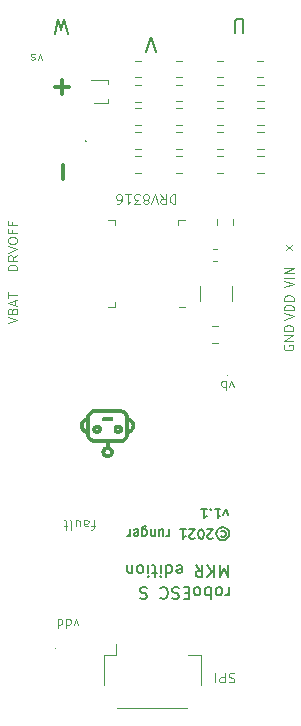
<source format=gto>
G04 #@! TF.GenerationSoftware,KiCad,Pcbnew,(5.1.6-0-10_14)*
G04 #@! TF.CreationDate,2021-05-07T03:20:06+02:00*
G04 #@! TF.ProjectId,ESCv1.1,45534376-312e-4312-9e6b-696361645f70,rev?*
G04 #@! TF.SameCoordinates,Original*
G04 #@! TF.FileFunction,Legend,Top*
G04 #@! TF.FilePolarity,Positive*
%FSLAX46Y46*%
G04 Gerber Fmt 4.6, Leading zero omitted, Abs format (unit mm)*
G04 Created by KiCad (PCBNEW (5.1.6-0-10_14)) date 2021-05-07 03:20:06*
%MOMM*%
%LPD*%
G01*
G04 APERTURE LIST*
%ADD10C,0.100000*%
%ADD11C,0.150000*%
%ADD12C,0.120000*%
%ADD13C,0.200000*%
%ADD14C,0.300000*%
%ADD15C,0.010000*%
G04 APERTURE END LIST*
D10*
X62637304Y-47772223D02*
X62103971Y-47353176D01*
X62103971Y-47772223D02*
X62637304Y-47353176D01*
X61947304Y-50918890D02*
X62747304Y-50652223D01*
X61947304Y-50385557D01*
X62747304Y-50118890D02*
X61947304Y-50118890D01*
X62747304Y-49737938D02*
X61947304Y-49737938D01*
X62747304Y-49280795D01*
X61947304Y-49280795D01*
D11*
X57178257Y-70214128D02*
X56987780Y-69680795D01*
X56797304Y-70214128D01*
X56073495Y-69680795D02*
X56530638Y-69680795D01*
X56302066Y-69680795D02*
X56302066Y-70480795D01*
X56378257Y-70366509D01*
X56454447Y-70290319D01*
X56530638Y-70252223D01*
X55730638Y-69756985D02*
X55692542Y-69718890D01*
X55730638Y-69680795D01*
X55768733Y-69718890D01*
X55730638Y-69756985D01*
X55730638Y-69680795D01*
X54930638Y-69680795D02*
X55387780Y-69680795D01*
X55159209Y-69680795D02*
X55159209Y-70480795D01*
X55235400Y-70366509D01*
X55311590Y-70290319D01*
X55387780Y-70252223D01*
D12*
X53481969Y-51662700D02*
G75*
G03*
X53481969Y-51662700I-56569J0D01*
G01*
D10*
X57694447Y-83618890D02*
X57580161Y-83580795D01*
X57389685Y-83580795D01*
X57313495Y-83618890D01*
X57275400Y-83656985D01*
X57237304Y-83733176D01*
X57237304Y-83809366D01*
X57275400Y-83885557D01*
X57313495Y-83923652D01*
X57389685Y-83961747D01*
X57542066Y-83999842D01*
X57618257Y-84037938D01*
X57656352Y-84076033D01*
X57694447Y-84152223D01*
X57694447Y-84228414D01*
X57656352Y-84304604D01*
X57618257Y-84342700D01*
X57542066Y-84380795D01*
X57351590Y-84380795D01*
X57237304Y-84342700D01*
X56894447Y-83580795D02*
X56894447Y-84380795D01*
X56589685Y-84380795D01*
X56513495Y-84342700D01*
X56475400Y-84304604D01*
X56437304Y-84228414D01*
X56437304Y-84114128D01*
X56475400Y-84037938D01*
X56513495Y-83999842D01*
X56589685Y-83961747D01*
X56894447Y-83961747D01*
X56094447Y-83580795D02*
X56094447Y-84380795D01*
D13*
X58492542Y-29427223D02*
X58492542Y-28415319D01*
X58433019Y-28296271D01*
X58373495Y-28236747D01*
X58254447Y-28177223D01*
X58016352Y-28177223D01*
X57897304Y-28236747D01*
X57837780Y-28296271D01*
X57778257Y-28415319D01*
X57778257Y-29427223D01*
X51092066Y-30967223D02*
X50675400Y-29717223D01*
X50258733Y-30967223D01*
X43601114Y-29487223D02*
X43303495Y-28237223D01*
X43065400Y-29130080D01*
X42827304Y-28237223D01*
X42529685Y-29487223D01*
D11*
X57229504Y-76320619D02*
X57229504Y-76987285D01*
X57229504Y-76796809D02*
X57181885Y-76892047D01*
X57134266Y-76939666D01*
X57039028Y-76987285D01*
X56943790Y-76987285D01*
X56467600Y-76320619D02*
X56562838Y-76368238D01*
X56610457Y-76415857D01*
X56658076Y-76511095D01*
X56658076Y-76796809D01*
X56610457Y-76892047D01*
X56562838Y-76939666D01*
X56467600Y-76987285D01*
X56324742Y-76987285D01*
X56229504Y-76939666D01*
X56181885Y-76892047D01*
X56134266Y-76796809D01*
X56134266Y-76511095D01*
X56181885Y-76415857D01*
X56229504Y-76368238D01*
X56324742Y-76320619D01*
X56467600Y-76320619D01*
X55705695Y-76320619D02*
X55705695Y-77320619D01*
X55705695Y-76939666D02*
X55610457Y-76987285D01*
X55419980Y-76987285D01*
X55324742Y-76939666D01*
X55277123Y-76892047D01*
X55229504Y-76796809D01*
X55229504Y-76511095D01*
X55277123Y-76415857D01*
X55324742Y-76368238D01*
X55419980Y-76320619D01*
X55610457Y-76320619D01*
X55705695Y-76368238D01*
X54658076Y-76320619D02*
X54753314Y-76368238D01*
X54800933Y-76415857D01*
X54848552Y-76511095D01*
X54848552Y-76796809D01*
X54800933Y-76892047D01*
X54753314Y-76939666D01*
X54658076Y-76987285D01*
X54515219Y-76987285D01*
X54419980Y-76939666D01*
X54372361Y-76892047D01*
X54324742Y-76796809D01*
X54324742Y-76511095D01*
X54372361Y-76415857D01*
X54419980Y-76368238D01*
X54515219Y-76320619D01*
X54658076Y-76320619D01*
X53896171Y-76844428D02*
X53562838Y-76844428D01*
X53419980Y-76320619D02*
X53896171Y-76320619D01*
X53896171Y-77320619D01*
X53419980Y-77320619D01*
X53039028Y-76368238D02*
X52896171Y-76320619D01*
X52658076Y-76320619D01*
X52562838Y-76368238D01*
X52515219Y-76415857D01*
X52467600Y-76511095D01*
X52467600Y-76606333D01*
X52515219Y-76701571D01*
X52562838Y-76749190D01*
X52658076Y-76796809D01*
X52848552Y-76844428D01*
X52943790Y-76892047D01*
X52991409Y-76939666D01*
X53039028Y-77034904D01*
X53039028Y-77130142D01*
X52991409Y-77225380D01*
X52943790Y-77273000D01*
X52848552Y-77320619D01*
X52610457Y-77320619D01*
X52467600Y-77273000D01*
X51467600Y-76415857D02*
X51515219Y-76368238D01*
X51658076Y-76320619D01*
X51753314Y-76320619D01*
X51896171Y-76368238D01*
X51991409Y-76463476D01*
X52039028Y-76558714D01*
X52086647Y-76749190D01*
X52086647Y-76892047D01*
X52039028Y-77082523D01*
X51991409Y-77177761D01*
X51896171Y-77273000D01*
X51753314Y-77320619D01*
X51658076Y-77320619D01*
X51515219Y-77273000D01*
X51467600Y-77225380D01*
X50324742Y-76368238D02*
X50181885Y-76320619D01*
X49943790Y-76320619D01*
X49848552Y-76368238D01*
X49800933Y-76415857D01*
X49753314Y-76511095D01*
X49753314Y-76606333D01*
X49800933Y-76701571D01*
X49848552Y-76749190D01*
X49943790Y-76796809D01*
X50134266Y-76844428D01*
X50229504Y-76892047D01*
X50277123Y-76939666D01*
X50324742Y-77034904D01*
X50324742Y-77130142D01*
X50277123Y-77225380D01*
X50229504Y-77273000D01*
X50134266Y-77320619D01*
X49896171Y-77320619D01*
X49753314Y-77273000D01*
X57153304Y-74441019D02*
X57153304Y-75441019D01*
X56819971Y-74726733D01*
X56486638Y-75441019D01*
X56486638Y-74441019D01*
X56010447Y-74441019D02*
X56010447Y-75441019D01*
X55439019Y-74441019D02*
X55867590Y-75012447D01*
X55439019Y-75441019D02*
X56010447Y-74869590D01*
X54439019Y-74441019D02*
X54772352Y-74917209D01*
X55010447Y-74441019D02*
X55010447Y-75441019D01*
X54629495Y-75441019D01*
X54534257Y-75393400D01*
X54486638Y-75345780D01*
X54439019Y-75250542D01*
X54439019Y-75107685D01*
X54486638Y-75012447D01*
X54534257Y-74964828D01*
X54629495Y-74917209D01*
X55010447Y-74917209D01*
X52867590Y-74488638D02*
X52962828Y-74441019D01*
X53153304Y-74441019D01*
X53248542Y-74488638D01*
X53296161Y-74583876D01*
X53296161Y-74964828D01*
X53248542Y-75060066D01*
X53153304Y-75107685D01*
X52962828Y-75107685D01*
X52867590Y-75060066D01*
X52819971Y-74964828D01*
X52819971Y-74869590D01*
X53296161Y-74774352D01*
X51962828Y-74441019D02*
X51962828Y-75441019D01*
X51962828Y-74488638D02*
X52058066Y-74441019D01*
X52248542Y-74441019D01*
X52343780Y-74488638D01*
X52391400Y-74536257D01*
X52439019Y-74631495D01*
X52439019Y-74917209D01*
X52391400Y-75012447D01*
X52343780Y-75060066D01*
X52248542Y-75107685D01*
X52058066Y-75107685D01*
X51962828Y-75060066D01*
X51486638Y-74441019D02*
X51486638Y-75107685D01*
X51486638Y-75441019D02*
X51534257Y-75393400D01*
X51486638Y-75345780D01*
X51439019Y-75393400D01*
X51486638Y-75441019D01*
X51486638Y-75345780D01*
X51153304Y-75107685D02*
X50772352Y-75107685D01*
X51010447Y-75441019D02*
X51010447Y-74583876D01*
X50962828Y-74488638D01*
X50867590Y-74441019D01*
X50772352Y-74441019D01*
X50439019Y-74441019D02*
X50439019Y-75107685D01*
X50439019Y-75441019D02*
X50486638Y-75393400D01*
X50439019Y-75345780D01*
X50391400Y-75393400D01*
X50439019Y-75441019D01*
X50439019Y-75345780D01*
X49819971Y-74441019D02*
X49915209Y-74488638D01*
X49962828Y-74536257D01*
X50010447Y-74631495D01*
X50010447Y-74917209D01*
X49962828Y-75012447D01*
X49915209Y-75060066D01*
X49819971Y-75107685D01*
X49677114Y-75107685D01*
X49581876Y-75060066D01*
X49534257Y-75012447D01*
X49486638Y-74917209D01*
X49486638Y-74631495D01*
X49534257Y-74536257D01*
X49581876Y-74488638D01*
X49677114Y-74441019D01*
X49819971Y-74441019D01*
X49058066Y-75107685D02*
X49058066Y-74441019D01*
X49058066Y-75012447D02*
X49010447Y-75060066D01*
X48915209Y-75107685D01*
X48772352Y-75107685D01*
X48677114Y-75060066D01*
X48629495Y-74964828D01*
X48629495Y-74441019D01*
X56585400Y-72020319D02*
X56661590Y-72058414D01*
X56813971Y-72058414D01*
X56890161Y-72020319D01*
X56966352Y-71944128D01*
X57004447Y-71867938D01*
X57004447Y-71715557D01*
X56966352Y-71639366D01*
X56890161Y-71563176D01*
X56813971Y-71525080D01*
X56661590Y-71525080D01*
X56585400Y-71563176D01*
X56737780Y-72325080D02*
X56928257Y-72286985D01*
X57118733Y-72172700D01*
X57233019Y-71982223D01*
X57271114Y-71791747D01*
X57233019Y-71601271D01*
X57118733Y-71410795D01*
X56928257Y-71296509D01*
X56737780Y-71258414D01*
X56547304Y-71296509D01*
X56356828Y-71410795D01*
X56242542Y-71601271D01*
X56204447Y-71791747D01*
X56242542Y-71982223D01*
X56356828Y-72172700D01*
X56547304Y-72286985D01*
X56737780Y-72325080D01*
X55899685Y-72134604D02*
X55861590Y-72172700D01*
X55785400Y-72210795D01*
X55594923Y-72210795D01*
X55518733Y-72172700D01*
X55480638Y-72134604D01*
X55442542Y-72058414D01*
X55442542Y-71982223D01*
X55480638Y-71867938D01*
X55937780Y-71410795D01*
X55442542Y-71410795D01*
X54947304Y-72210795D02*
X54871114Y-72210795D01*
X54794923Y-72172700D01*
X54756828Y-72134604D01*
X54718733Y-72058414D01*
X54680638Y-71906033D01*
X54680638Y-71715557D01*
X54718733Y-71563176D01*
X54756828Y-71486985D01*
X54794923Y-71448890D01*
X54871114Y-71410795D01*
X54947304Y-71410795D01*
X55023495Y-71448890D01*
X55061590Y-71486985D01*
X55099685Y-71563176D01*
X55137780Y-71715557D01*
X55137780Y-71906033D01*
X55099685Y-72058414D01*
X55061590Y-72134604D01*
X55023495Y-72172700D01*
X54947304Y-72210795D01*
X54375876Y-72134604D02*
X54337780Y-72172700D01*
X54261590Y-72210795D01*
X54071114Y-72210795D01*
X53994923Y-72172700D01*
X53956828Y-72134604D01*
X53918733Y-72058414D01*
X53918733Y-71982223D01*
X53956828Y-71867938D01*
X54413971Y-71410795D01*
X53918733Y-71410795D01*
X53156828Y-71410795D02*
X53613971Y-71410795D01*
X53385400Y-71410795D02*
X53385400Y-72210795D01*
X53461590Y-72096509D01*
X53537780Y-72020319D01*
X53613971Y-71982223D01*
X52204447Y-71410795D02*
X52204447Y-71944128D01*
X52204447Y-71791747D02*
X52166352Y-71867938D01*
X52128257Y-71906033D01*
X52052066Y-71944128D01*
X51975876Y-71944128D01*
X51366352Y-71944128D02*
X51366352Y-71410795D01*
X51709209Y-71944128D02*
X51709209Y-71525080D01*
X51671114Y-71448890D01*
X51594923Y-71410795D01*
X51480638Y-71410795D01*
X51404447Y-71448890D01*
X51366352Y-71486985D01*
X50985400Y-71944128D02*
X50985400Y-71410795D01*
X50985400Y-71867938D02*
X50947304Y-71906033D01*
X50871114Y-71944128D01*
X50756828Y-71944128D01*
X50680638Y-71906033D01*
X50642542Y-71829842D01*
X50642542Y-71410795D01*
X49918733Y-71944128D02*
X49918733Y-71296509D01*
X49956828Y-71220319D01*
X49994923Y-71182223D01*
X50071114Y-71144128D01*
X50185400Y-71144128D01*
X50261590Y-71182223D01*
X49918733Y-71448890D02*
X49994923Y-71410795D01*
X50147304Y-71410795D01*
X50223495Y-71448890D01*
X50261590Y-71486985D01*
X50299685Y-71563176D01*
X50299685Y-71791747D01*
X50261590Y-71867938D01*
X50223495Y-71906033D01*
X50147304Y-71944128D01*
X49994923Y-71944128D01*
X49918733Y-71906033D01*
X49233019Y-71448890D02*
X49309209Y-71410795D01*
X49461590Y-71410795D01*
X49537780Y-71448890D01*
X49575876Y-71525080D01*
X49575876Y-71829842D01*
X49537780Y-71906033D01*
X49461590Y-71944128D01*
X49309209Y-71944128D01*
X49233019Y-71906033D01*
X49194923Y-71829842D01*
X49194923Y-71753652D01*
X49575876Y-71677461D01*
X48852066Y-71410795D02*
X48852066Y-71944128D01*
X48852066Y-71791747D02*
X48813971Y-71867938D01*
X48775876Y-71906033D01*
X48699685Y-71944128D01*
X48623495Y-71944128D01*
D14*
X43122542Y-34534128D02*
X43122542Y-33391271D01*
X43693971Y-33962700D02*
X42551114Y-33962700D01*
X43242542Y-41754128D02*
X43242542Y-40611271D01*
D10*
X61945400Y-55816271D02*
X61907304Y-55892461D01*
X61907304Y-56006747D01*
X61945400Y-56121033D01*
X62021590Y-56197223D01*
X62097780Y-56235319D01*
X62250161Y-56273414D01*
X62364447Y-56273414D01*
X62516828Y-56235319D01*
X62593019Y-56197223D01*
X62669209Y-56121033D01*
X62707304Y-56006747D01*
X62707304Y-55930557D01*
X62669209Y-55816271D01*
X62631114Y-55778176D01*
X62364447Y-55778176D01*
X62364447Y-55930557D01*
X62707304Y-55435319D02*
X61907304Y-55435319D01*
X62707304Y-54978176D01*
X61907304Y-54978176D01*
X62707304Y-54597223D02*
X61907304Y-54597223D01*
X61907304Y-54406747D01*
X61945400Y-54292461D01*
X62021590Y-54216271D01*
X62097780Y-54178176D01*
X62250161Y-54140080D01*
X62364447Y-54140080D01*
X62516828Y-54178176D01*
X62593019Y-54216271D01*
X62669209Y-54292461D01*
X62707304Y-54406747D01*
X62707304Y-54597223D01*
X61933018Y-53657223D02*
X62733018Y-53390557D01*
X61933018Y-53123890D01*
X62733018Y-52857223D02*
X61933018Y-52857223D01*
X61933018Y-52666747D01*
X61971114Y-52552461D01*
X62047304Y-52476271D01*
X62123494Y-52438176D01*
X62275875Y-52400080D01*
X62390161Y-52400080D01*
X62542542Y-52438176D01*
X62618733Y-52476271D01*
X62694923Y-52552461D01*
X62733018Y-52666747D01*
X62733018Y-52857223D01*
X62733018Y-52057223D02*
X61933018Y-52057223D01*
X61933018Y-51866747D01*
X61971114Y-51752461D01*
X62047304Y-51676271D01*
X62123494Y-51638176D01*
X62275875Y-51600080D01*
X62390161Y-51600080D01*
X62542542Y-51638176D01*
X62618733Y-51676271D01*
X62694923Y-51752461D01*
X62733018Y-51866747D01*
X62733018Y-52057223D01*
X38547304Y-53982461D02*
X39347304Y-53715795D01*
X38547304Y-53449128D01*
X38928257Y-52915795D02*
X38966352Y-52801509D01*
X39004447Y-52763414D01*
X39080638Y-52725319D01*
X39194923Y-52725319D01*
X39271114Y-52763414D01*
X39309209Y-52801509D01*
X39347304Y-52877700D01*
X39347304Y-53182461D01*
X38547304Y-53182461D01*
X38547304Y-52915795D01*
X38585400Y-52839604D01*
X38623495Y-52801509D01*
X38699685Y-52763414D01*
X38775876Y-52763414D01*
X38852066Y-52801509D01*
X38890161Y-52839604D01*
X38928257Y-52915795D01*
X38928257Y-53182461D01*
X39118733Y-52420557D02*
X39118733Y-52039604D01*
X39347304Y-52496747D02*
X38547304Y-52230080D01*
X39347304Y-51963414D01*
X38547304Y-51811033D02*
X38547304Y-51353890D01*
X39347304Y-51582461D02*
X38547304Y-51582461D01*
X39337304Y-49472461D02*
X38537304Y-49472461D01*
X38537304Y-49281985D01*
X38575400Y-49167700D01*
X38651590Y-49091509D01*
X38727780Y-49053414D01*
X38880161Y-49015319D01*
X38994447Y-49015319D01*
X39146828Y-49053414D01*
X39223019Y-49091509D01*
X39299209Y-49167700D01*
X39337304Y-49281985D01*
X39337304Y-49472461D01*
X39337304Y-48215319D02*
X38956352Y-48481985D01*
X39337304Y-48672461D02*
X38537304Y-48672461D01*
X38537304Y-48367700D01*
X38575400Y-48291509D01*
X38613495Y-48253414D01*
X38689685Y-48215319D01*
X38803971Y-48215319D01*
X38880161Y-48253414D01*
X38918257Y-48291509D01*
X38956352Y-48367700D01*
X38956352Y-48672461D01*
X38537304Y-47986747D02*
X39337304Y-47720080D01*
X38537304Y-47453414D01*
X38537304Y-47034366D02*
X38537304Y-46881985D01*
X38575400Y-46805795D01*
X38651590Y-46729604D01*
X38803971Y-46691509D01*
X39070638Y-46691509D01*
X39223019Y-46729604D01*
X39299209Y-46805795D01*
X39337304Y-46881985D01*
X39337304Y-47034366D01*
X39299209Y-47110557D01*
X39223019Y-47186747D01*
X39070638Y-47224842D01*
X38803971Y-47224842D01*
X38651590Y-47186747D01*
X38575400Y-47110557D01*
X38537304Y-47034366D01*
X38918257Y-46081985D02*
X38918257Y-46348652D01*
X39337304Y-46348652D02*
X38537304Y-46348652D01*
X38537304Y-45967700D01*
X38918257Y-45396271D02*
X38918257Y-45662938D01*
X39337304Y-45662938D02*
X38537304Y-45662938D01*
X38537304Y-45281985D01*
X52721590Y-43060795D02*
X52721590Y-43860795D01*
X52531114Y-43860795D01*
X52416828Y-43822700D01*
X52340638Y-43746509D01*
X52302542Y-43670319D01*
X52264447Y-43517938D01*
X52264447Y-43403652D01*
X52302542Y-43251271D01*
X52340638Y-43175080D01*
X52416828Y-43098890D01*
X52531114Y-43060795D01*
X52721590Y-43060795D01*
X51464447Y-43060795D02*
X51731114Y-43441747D01*
X51921590Y-43060795D02*
X51921590Y-43860795D01*
X51616828Y-43860795D01*
X51540638Y-43822700D01*
X51502542Y-43784604D01*
X51464447Y-43708414D01*
X51464447Y-43594128D01*
X51502542Y-43517938D01*
X51540638Y-43479842D01*
X51616828Y-43441747D01*
X51921590Y-43441747D01*
X51235876Y-43860795D02*
X50969209Y-43060795D01*
X50702542Y-43860795D01*
X50321590Y-43517938D02*
X50397780Y-43556033D01*
X50435876Y-43594128D01*
X50473971Y-43670319D01*
X50473971Y-43708414D01*
X50435876Y-43784604D01*
X50397780Y-43822700D01*
X50321590Y-43860795D01*
X50169209Y-43860795D01*
X50093019Y-43822700D01*
X50054923Y-43784604D01*
X50016828Y-43708414D01*
X50016828Y-43670319D01*
X50054923Y-43594128D01*
X50093019Y-43556033D01*
X50169209Y-43517938D01*
X50321590Y-43517938D01*
X50397780Y-43479842D01*
X50435876Y-43441747D01*
X50473971Y-43365557D01*
X50473971Y-43213176D01*
X50435876Y-43136985D01*
X50397780Y-43098890D01*
X50321590Y-43060795D01*
X50169209Y-43060795D01*
X50093019Y-43098890D01*
X50054923Y-43136985D01*
X50016828Y-43213176D01*
X50016828Y-43365557D01*
X50054923Y-43441747D01*
X50093019Y-43479842D01*
X50169209Y-43517938D01*
X49750161Y-43860795D02*
X49254923Y-43860795D01*
X49521590Y-43556033D01*
X49407304Y-43556033D01*
X49331114Y-43517938D01*
X49293019Y-43479842D01*
X49254923Y-43403652D01*
X49254923Y-43213176D01*
X49293019Y-43136985D01*
X49331114Y-43098890D01*
X49407304Y-43060795D01*
X49635876Y-43060795D01*
X49712066Y-43098890D01*
X49750161Y-43136985D01*
X48493019Y-43060795D02*
X48950161Y-43060795D01*
X48721590Y-43060795D02*
X48721590Y-43860795D01*
X48797780Y-43746509D01*
X48873971Y-43670319D01*
X48950161Y-43632223D01*
X47807304Y-43860795D02*
X47959685Y-43860795D01*
X48035876Y-43822700D01*
X48073971Y-43784604D01*
X48150161Y-43670319D01*
X48188257Y-43517938D01*
X48188257Y-43213176D01*
X48150161Y-43136985D01*
X48112066Y-43098890D01*
X48035876Y-43060795D01*
X47883495Y-43060795D01*
X47807304Y-43098890D01*
X47769209Y-43136985D01*
X47731114Y-43213176D01*
X47731114Y-43403652D01*
X47769209Y-43479842D01*
X47807304Y-43517938D01*
X47883495Y-43556033D01*
X48035876Y-43556033D01*
X48112066Y-43517938D01*
X48150161Y-43479842D01*
X48188257Y-43403652D01*
X44519685Y-79514128D02*
X44329209Y-78980795D01*
X44138733Y-79514128D01*
X43491114Y-78980795D02*
X43491114Y-79780795D01*
X43491114Y-79018890D02*
X43567304Y-78980795D01*
X43719685Y-78980795D01*
X43795876Y-79018890D01*
X43833971Y-79056985D01*
X43872066Y-79133176D01*
X43872066Y-79361747D01*
X43833971Y-79437938D01*
X43795876Y-79476033D01*
X43719685Y-79514128D01*
X43567304Y-79514128D01*
X43491114Y-79476033D01*
X42767304Y-78980795D02*
X42767304Y-79780795D01*
X42767304Y-79018890D02*
X42843495Y-78980795D01*
X42995876Y-78980795D01*
X43072066Y-79018890D01*
X43110161Y-79056985D01*
X43148257Y-79133176D01*
X43148257Y-79361747D01*
X43110161Y-79437938D01*
X43072066Y-79476033D01*
X42995876Y-79514128D01*
X42843495Y-79514128D01*
X42767304Y-79476033D01*
X41459685Y-31674128D02*
X41269209Y-31140795D01*
X41078733Y-31674128D01*
X40812066Y-31178890D02*
X40735876Y-31140795D01*
X40583495Y-31140795D01*
X40507304Y-31178890D01*
X40469209Y-31255080D01*
X40469209Y-31293176D01*
X40507304Y-31369366D01*
X40583495Y-31407461D01*
X40697780Y-31407461D01*
X40773971Y-31445557D01*
X40812066Y-31521747D01*
X40812066Y-31559842D01*
X40773971Y-31636033D01*
X40697780Y-31674128D01*
X40583495Y-31674128D01*
X40507304Y-31636033D01*
X57667780Y-59364128D02*
X57477304Y-58830795D01*
X57286828Y-59364128D01*
X56982066Y-58830795D02*
X56982066Y-59630795D01*
X56982066Y-59326033D02*
X56905876Y-59364128D01*
X56753495Y-59364128D01*
X56677304Y-59326033D01*
X56639209Y-59287938D01*
X56601114Y-59211747D01*
X56601114Y-58983176D01*
X56639209Y-58906985D01*
X56677304Y-58868890D01*
X56753495Y-58830795D01*
X56905876Y-58830795D01*
X56982066Y-58868890D01*
X45909685Y-71174128D02*
X45604923Y-71174128D01*
X45795399Y-70640795D02*
X45795399Y-71326509D01*
X45757304Y-71402700D01*
X45681114Y-71440795D01*
X45604923Y-71440795D01*
X44995400Y-70640795D02*
X44995400Y-71059842D01*
X45033495Y-71136033D01*
X45109685Y-71174128D01*
X45262066Y-71174128D01*
X45338257Y-71136033D01*
X44995400Y-70678890D02*
X45071590Y-70640795D01*
X45262066Y-70640795D01*
X45338257Y-70678890D01*
X45376352Y-70755080D01*
X45376352Y-70831271D01*
X45338257Y-70907461D01*
X45262066Y-70945557D01*
X45071590Y-70945557D01*
X44995400Y-70983652D01*
X44271590Y-71174128D02*
X44271590Y-70640795D01*
X44614447Y-71174128D02*
X44614447Y-70755080D01*
X44576352Y-70678890D01*
X44500161Y-70640795D01*
X44385876Y-70640795D01*
X44309685Y-70678890D01*
X44271590Y-70716985D01*
X43776352Y-70640795D02*
X43852542Y-70678890D01*
X43890638Y-70755080D01*
X43890638Y-71440795D01*
X43585876Y-71174128D02*
X43281114Y-71174128D01*
X43471590Y-71440795D02*
X43471590Y-70755080D01*
X43433495Y-70678890D01*
X43357304Y-70640795D01*
X43281114Y-70640795D01*
D12*
G04 #@! TO.C,C34*
X56236822Y-33162700D02*
X56753978Y-33162700D01*
X56236822Y-31742700D02*
X56753978Y-31742700D01*
G04 #@! TO.C,C33*
X56226822Y-37182700D02*
X56743978Y-37182700D01*
X56226822Y-35762700D02*
X56743978Y-35762700D01*
G04 #@! TO.C,C32*
X56234322Y-35182700D02*
X56751478Y-35182700D01*
X56234322Y-33762700D02*
X56751478Y-33762700D01*
G04 #@! TO.C,C31*
X56226822Y-39222700D02*
X56743978Y-39222700D01*
X56226822Y-37802700D02*
X56743978Y-37802700D01*
G04 #@! TO.C,C30*
X53286478Y-39822700D02*
X52769322Y-39822700D01*
X53286478Y-41242700D02*
X52769322Y-41242700D01*
G04 #@! TO.C,C29*
X49316822Y-37192700D02*
X49833978Y-37192700D01*
X49316822Y-35772700D02*
X49833978Y-35772700D01*
G04 #@! TO.C,C28*
X56224322Y-41242700D02*
X56741478Y-41242700D01*
X56224322Y-39822700D02*
X56741478Y-39822700D01*
G04 #@! TO.C,C27*
X53293978Y-37802700D02*
X52776822Y-37802700D01*
X53293978Y-39222700D02*
X52776822Y-39222700D01*
G04 #@! TO.C,C26*
X49316822Y-41242700D02*
X49833978Y-41242700D01*
X49316822Y-39822700D02*
X49833978Y-39822700D01*
G04 #@! TO.C,C25*
X49316822Y-33162700D02*
X49833978Y-33162700D01*
X49316822Y-31742700D02*
X49833978Y-31742700D01*
G04 #@! TO.C,C24*
X53293978Y-35762700D02*
X52776822Y-35762700D01*
X53293978Y-37182700D02*
X52776822Y-37182700D01*
G04 #@! TO.C,C23*
X53296478Y-33762700D02*
X52779322Y-33762700D01*
X53296478Y-35182700D02*
X52779322Y-35182700D01*
G04 #@! TO.C,C22*
X49316822Y-35202700D02*
X49833978Y-35202700D01*
X49316822Y-33782700D02*
X49833978Y-33782700D01*
G04 #@! TO.C,C21*
X60193978Y-35762700D02*
X59676822Y-35762700D01*
X60193978Y-37182700D02*
X59676822Y-37182700D01*
G04 #@! TO.C,C20*
X53293978Y-31742700D02*
X52776822Y-31742700D01*
X53293978Y-33162700D02*
X52776822Y-33162700D01*
G04 #@! TO.C,C19*
X49316822Y-39222700D02*
X49833978Y-39222700D01*
X49316822Y-37802700D02*
X49833978Y-37802700D01*
G04 #@! TO.C,C18*
X60193978Y-33762700D02*
X59676822Y-33762700D01*
X60193978Y-35182700D02*
X59676822Y-35182700D01*
G04 #@! TO.C,C17*
X60193978Y-39822700D02*
X59676822Y-39822700D01*
X60193978Y-41242700D02*
X59676822Y-41242700D01*
G04 #@! TO.C,C16*
X60186478Y-31742700D02*
X59669322Y-31742700D01*
X60186478Y-33162700D02*
X59669322Y-33162700D01*
G04 #@! TO.C,C15*
X60193978Y-37802700D02*
X59676822Y-37802700D01*
X60193978Y-39222700D02*
X59676822Y-39222700D01*
D15*
G04 #@! TO.C,G\u002A\u002A\u002A*
G36*
X46847587Y-65315973D02*
G01*
X46758908Y-65288946D01*
X46677186Y-65243230D01*
X46601180Y-65178276D01*
X46592123Y-65168887D01*
X46537280Y-65100665D01*
X46499270Y-65028331D01*
X46476900Y-64948449D01*
X46468972Y-64857583D01*
X46469598Y-64816868D01*
X46472256Y-64768024D01*
X46476815Y-64731897D01*
X46485105Y-64700885D01*
X46498957Y-64667387D01*
X46512245Y-64639800D01*
X46563450Y-64555763D01*
X46626945Y-64487315D01*
X46704629Y-64432582D01*
X46741886Y-64413260D01*
X46822929Y-64374900D01*
X46823205Y-64214880D01*
X46823480Y-64054860D01*
X46328180Y-64054684D01*
X46206305Y-64054560D01*
X46102762Y-64054177D01*
X46015565Y-64053381D01*
X45942728Y-64052017D01*
X45882263Y-64049931D01*
X45832185Y-64046967D01*
X45790506Y-64042972D01*
X45755240Y-64037789D01*
X45724399Y-64031266D01*
X45695998Y-64023246D01*
X45668049Y-64013576D01*
X45638566Y-64002099D01*
X45635119Y-64000710D01*
X45548271Y-63959859D01*
X45470990Y-63910091D01*
X45396156Y-63846675D01*
X45380247Y-63831340D01*
X45297840Y-63737037D01*
X45233807Y-63634064D01*
X45193431Y-63538555D01*
X45175417Y-63475251D01*
X45160636Y-63403709D01*
X45150666Y-63332960D01*
X45147080Y-63272936D01*
X45145521Y-63247318D01*
X45136876Y-63234859D01*
X45115197Y-63228430D01*
X45108980Y-63227278D01*
X45062262Y-63213646D01*
X45006634Y-63189463D01*
X44948111Y-63157970D01*
X44892702Y-63122411D01*
X44846419Y-63086028D01*
X44845356Y-63085068D01*
X44779204Y-63014914D01*
X44721149Y-62933597D01*
X44675887Y-62848090D01*
X44661623Y-62812050D01*
X44642546Y-62738356D01*
X44631898Y-62654030D01*
X44630087Y-62567106D01*
X44637518Y-62485622D01*
X44643561Y-62454660D01*
X44678017Y-62350963D01*
X44730020Y-62254425D01*
X44797377Y-62167394D01*
X44877894Y-62092219D01*
X44969377Y-62031247D01*
X45069632Y-61986827D01*
X45085551Y-61981657D01*
X45117212Y-61969926D01*
X45140398Y-61957761D01*
X45148272Y-61950433D01*
X45153108Y-61933933D01*
X45159396Y-61903640D01*
X45165829Y-61865892D01*
X45166246Y-61863169D01*
X45192813Y-61754327D01*
X45237738Y-61650452D01*
X45299278Y-61553541D01*
X45375688Y-61465591D01*
X45465226Y-61388600D01*
X45566146Y-61324564D01*
X45676706Y-61275483D01*
X45680480Y-61274147D01*
X45761760Y-61245620D01*
X46920000Y-61243762D01*
X47105695Y-61243506D01*
X47272094Y-61243372D01*
X47420222Y-61243370D01*
X47551104Y-61243509D01*
X47665764Y-61243800D01*
X47765227Y-61244251D01*
X47850517Y-61244874D01*
X47922659Y-61245677D01*
X47982676Y-61246669D01*
X48031594Y-61247862D01*
X48070437Y-61249265D01*
X48100230Y-61250886D01*
X48121996Y-61252737D01*
X48136761Y-61254827D01*
X48139200Y-61255326D01*
X48249886Y-61289409D01*
X48353918Y-61340374D01*
X48449318Y-61406163D01*
X48534105Y-61484721D01*
X48606299Y-61573992D01*
X48663921Y-61671921D01*
X48704990Y-61776450D01*
X48724555Y-61863169D01*
X48730950Y-61901198D01*
X48737290Y-61932210D01*
X48742269Y-61949867D01*
X48742529Y-61950433D01*
X48755412Y-61960877D01*
X48781499Y-61973241D01*
X48805250Y-61981657D01*
X48894442Y-62016620D01*
X48975605Y-62064848D01*
X49053585Y-62129365D01*
X49074146Y-62149390D01*
X49147497Y-62234045D01*
X49201810Y-62322704D01*
X49237958Y-62417646D01*
X49256815Y-62521150D01*
X49259137Y-62621594D01*
X49015101Y-62621594D01*
X49010393Y-62541581D01*
X49010203Y-62540549D01*
X48984703Y-62451593D01*
X48943859Y-62374284D01*
X48897429Y-62318775D01*
X48865602Y-62291119D01*
X48829450Y-62264752D01*
X48794223Y-62243005D01*
X48765171Y-62229210D01*
X48751340Y-62226069D01*
X48749615Y-62235854D01*
X48748026Y-62263723D01*
X48746619Y-62307439D01*
X48745440Y-62364768D01*
X48744534Y-62433471D01*
X48743946Y-62511314D01*
X48743721Y-62596060D01*
X48743720Y-62601980D01*
X48743862Y-62687113D01*
X48744263Y-62765493D01*
X48744893Y-62834886D01*
X48745720Y-62893055D01*
X48745738Y-62893876D01*
X48488140Y-62893876D01*
X48487929Y-62747682D01*
X48487504Y-62616592D01*
X48484640Y-61885700D01*
X48460708Y-61826364D01*
X48412507Y-61732263D01*
X48349781Y-61651183D01*
X48274157Y-61584498D01*
X48187261Y-61533583D01*
X48090720Y-61499811D01*
X48068080Y-61494764D01*
X48051130Y-61493399D01*
X48015506Y-61492142D01*
X47962856Y-61490992D01*
X47894827Y-61489951D01*
X47813065Y-61489019D01*
X47719218Y-61488198D01*
X47614931Y-61487486D01*
X47501853Y-61486886D01*
X47381628Y-61486398D01*
X47255905Y-61486023D01*
X47126331Y-61485760D01*
X46994551Y-61485612D01*
X46862213Y-61485578D01*
X46730963Y-61485659D01*
X46602449Y-61485856D01*
X46478316Y-61486170D01*
X46360213Y-61486601D01*
X46249785Y-61487150D01*
X46148679Y-61487817D01*
X46058543Y-61488604D01*
X45981023Y-61489511D01*
X45917765Y-61490538D01*
X45870417Y-61491686D01*
X45840625Y-61492956D01*
X45831386Y-61493861D01*
X45730630Y-61522836D01*
X45639893Y-61569064D01*
X45560546Y-61631409D01*
X45493959Y-61708735D01*
X45441501Y-61799907D01*
X45430093Y-61826364D01*
X45406160Y-61885700D01*
X45403332Y-62607782D01*
X45147080Y-62607782D01*
X45147080Y-62224691D01*
X45124220Y-62231335D01*
X45103897Y-62240418D01*
X45074067Y-62257344D01*
X45046423Y-62274998D01*
X44981077Y-62330426D01*
X44931296Y-62396420D01*
X44897308Y-62470218D01*
X44879340Y-62549054D01*
X44877620Y-62630167D01*
X44892375Y-62710791D01*
X44923835Y-62788164D01*
X44972226Y-62859523D01*
X44996099Y-62885489D01*
X45022329Y-62908326D01*
X45055286Y-62932430D01*
X45089532Y-62954347D01*
X45119630Y-62970625D01*
X45140140Y-62977813D01*
X45141663Y-62977900D01*
X45142889Y-62968113D01*
X45144017Y-62940240D01*
X45145017Y-62896515D01*
X45145855Y-62839172D01*
X45146500Y-62770447D01*
X45146919Y-62692572D01*
X45147080Y-62607782D01*
X45403332Y-62607782D01*
X45403297Y-62616592D01*
X45402801Y-62784803D01*
X45402710Y-62932734D01*
X45403024Y-63060420D01*
X45403745Y-63167896D01*
X45404872Y-63255199D01*
X45406406Y-63322362D01*
X45408347Y-63369423D01*
X45410695Y-63396416D01*
X45411247Y-63399572D01*
X45440019Y-63489553D01*
X45486548Y-63573319D01*
X45548629Y-63648431D01*
X45624053Y-63712449D01*
X45710613Y-63762935D01*
X45757833Y-63782505D01*
X45822720Y-63805940D01*
X46884440Y-63808890D01*
X47067335Y-63809294D01*
X47236695Y-63809457D01*
X47391809Y-63809383D01*
X47531964Y-63809077D01*
X47656450Y-63808542D01*
X47764555Y-63807784D01*
X47855566Y-63806808D01*
X47928772Y-63805617D01*
X47983461Y-63804216D01*
X48018921Y-63802609D01*
X48029701Y-63801673D01*
X48125242Y-63782597D01*
X48209809Y-63748946D01*
X48287458Y-63698699D01*
X48350494Y-63641998D01*
X48394356Y-63588035D01*
X48433814Y-63522123D01*
X48464389Y-63452631D01*
X48479137Y-63401580D01*
X48481583Y-63380798D01*
X48483633Y-63343601D01*
X48485293Y-63289488D01*
X48486568Y-63217960D01*
X48487464Y-63128515D01*
X48487986Y-63020654D01*
X48488140Y-62893876D01*
X48745738Y-62893876D01*
X48746710Y-62937763D01*
X48747832Y-62966775D01*
X48749053Y-62977854D01*
X48749138Y-62977900D01*
X48760497Y-62973670D01*
X48783933Y-62962791D01*
X48803739Y-62952978D01*
X48871264Y-62907980D01*
X48927983Y-62848706D01*
X48972075Y-62778793D01*
X49001722Y-62701877D01*
X49015101Y-62621594D01*
X49259137Y-62621594D01*
X49259389Y-62632460D01*
X49245725Y-62746246D01*
X49214447Y-62850293D01*
X49165026Y-62945739D01*
X49096929Y-63033719D01*
X49049651Y-63080873D01*
X49001159Y-63119853D01*
X48944081Y-63157235D01*
X48884294Y-63189794D01*
X48827678Y-63214304D01*
X48783253Y-63227009D01*
X48746586Y-63233624D01*
X48739874Y-63320936D01*
X48726816Y-63427423D01*
X48704395Y-63520969D01*
X48672987Y-63603516D01*
X48613731Y-63710022D01*
X48538192Y-63805724D01*
X48448342Y-63888746D01*
X48346153Y-63957211D01*
X48255682Y-64000710D01*
X48225906Y-64012396D01*
X48197885Y-64022259D01*
X48169632Y-64030454D01*
X48139160Y-64037136D01*
X48104482Y-64042459D01*
X48063611Y-64046578D01*
X48014561Y-64049648D01*
X47955345Y-64051824D01*
X47883976Y-64053260D01*
X47798468Y-64054112D01*
X47696834Y-64054533D01*
X47577087Y-64054678D01*
X47562620Y-64054684D01*
X47067320Y-64054860D01*
X47067872Y-64374900D01*
X47148915Y-64413260D01*
X47233115Y-64462800D01*
X47302329Y-64525269D01*
X47358457Y-64602540D01*
X47378556Y-64639800D01*
X47397154Y-64679210D01*
X47408963Y-64711044D01*
X47415817Y-64742907D01*
X47419544Y-64782398D01*
X47421203Y-64816868D01*
X47420870Y-64826550D01*
X47177607Y-64826550D01*
X47172104Y-64793901D01*
X47157415Y-64756137D01*
X47156175Y-64753416D01*
X47119027Y-64694557D01*
X47069900Y-64650954D01*
X47011520Y-64623837D01*
X46946614Y-64614437D01*
X46877907Y-64623987D01*
X46872842Y-64625452D01*
X46821298Y-64650549D01*
X46775137Y-64691159D01*
X46739470Y-64742477D01*
X46732281Y-64757594D01*
X46715337Y-64821034D01*
X46717237Y-64884724D01*
X46736840Y-64945237D01*
X46773005Y-64999147D01*
X46824591Y-65043027D01*
X46828032Y-65045192D01*
X46860154Y-65062917D01*
X46889242Y-65072249D01*
X46924773Y-65075669D01*
X46945400Y-65075940D01*
X46986927Y-65074371D01*
X47017743Y-65068009D01*
X47047326Y-65054370D01*
X47062769Y-65045192D01*
X47115855Y-65000951D01*
X47153583Y-64944615D01*
X47174024Y-64879256D01*
X47175886Y-64865200D01*
X47177607Y-64826550D01*
X47420870Y-64826550D01*
X47417736Y-64917508D01*
X47398225Y-65006748D01*
X47361905Y-65086585D01*
X47308009Y-65159019D01*
X47278353Y-65189226D01*
X47203049Y-65250221D01*
X47125061Y-65292257D01*
X47041063Y-65316683D01*
X46947732Y-65324852D01*
X46944462Y-65324861D01*
X46847587Y-65315973D01*
G37*
X46847587Y-65315973D02*
X46758908Y-65288946D01*
X46677186Y-65243230D01*
X46601180Y-65178276D01*
X46592123Y-65168887D01*
X46537280Y-65100665D01*
X46499270Y-65028331D01*
X46476900Y-64948449D01*
X46468972Y-64857583D01*
X46469598Y-64816868D01*
X46472256Y-64768024D01*
X46476815Y-64731897D01*
X46485105Y-64700885D01*
X46498957Y-64667387D01*
X46512245Y-64639800D01*
X46563450Y-64555763D01*
X46626945Y-64487315D01*
X46704629Y-64432582D01*
X46741886Y-64413260D01*
X46822929Y-64374900D01*
X46823205Y-64214880D01*
X46823480Y-64054860D01*
X46328180Y-64054684D01*
X46206305Y-64054560D01*
X46102762Y-64054177D01*
X46015565Y-64053381D01*
X45942728Y-64052017D01*
X45882263Y-64049931D01*
X45832185Y-64046967D01*
X45790506Y-64042972D01*
X45755240Y-64037789D01*
X45724399Y-64031266D01*
X45695998Y-64023246D01*
X45668049Y-64013576D01*
X45638566Y-64002099D01*
X45635119Y-64000710D01*
X45548271Y-63959859D01*
X45470990Y-63910091D01*
X45396156Y-63846675D01*
X45380247Y-63831340D01*
X45297840Y-63737037D01*
X45233807Y-63634064D01*
X45193431Y-63538555D01*
X45175417Y-63475251D01*
X45160636Y-63403709D01*
X45150666Y-63332960D01*
X45147080Y-63272936D01*
X45145521Y-63247318D01*
X45136876Y-63234859D01*
X45115197Y-63228430D01*
X45108980Y-63227278D01*
X45062262Y-63213646D01*
X45006634Y-63189463D01*
X44948111Y-63157970D01*
X44892702Y-63122411D01*
X44846419Y-63086028D01*
X44845356Y-63085068D01*
X44779204Y-63014914D01*
X44721149Y-62933597D01*
X44675887Y-62848090D01*
X44661623Y-62812050D01*
X44642546Y-62738356D01*
X44631898Y-62654030D01*
X44630087Y-62567106D01*
X44637518Y-62485622D01*
X44643561Y-62454660D01*
X44678017Y-62350963D01*
X44730020Y-62254425D01*
X44797377Y-62167394D01*
X44877894Y-62092219D01*
X44969377Y-62031247D01*
X45069632Y-61986827D01*
X45085551Y-61981657D01*
X45117212Y-61969926D01*
X45140398Y-61957761D01*
X45148272Y-61950433D01*
X45153108Y-61933933D01*
X45159396Y-61903640D01*
X45165829Y-61865892D01*
X45166246Y-61863169D01*
X45192813Y-61754327D01*
X45237738Y-61650452D01*
X45299278Y-61553541D01*
X45375688Y-61465591D01*
X45465226Y-61388600D01*
X45566146Y-61324564D01*
X45676706Y-61275483D01*
X45680480Y-61274147D01*
X45761760Y-61245620D01*
X46920000Y-61243762D01*
X47105695Y-61243506D01*
X47272094Y-61243372D01*
X47420222Y-61243370D01*
X47551104Y-61243509D01*
X47665764Y-61243800D01*
X47765227Y-61244251D01*
X47850517Y-61244874D01*
X47922659Y-61245677D01*
X47982676Y-61246669D01*
X48031594Y-61247862D01*
X48070437Y-61249265D01*
X48100230Y-61250886D01*
X48121996Y-61252737D01*
X48136761Y-61254827D01*
X48139200Y-61255326D01*
X48249886Y-61289409D01*
X48353918Y-61340374D01*
X48449318Y-61406163D01*
X48534105Y-61484721D01*
X48606299Y-61573992D01*
X48663921Y-61671921D01*
X48704990Y-61776450D01*
X48724555Y-61863169D01*
X48730950Y-61901198D01*
X48737290Y-61932210D01*
X48742269Y-61949867D01*
X48742529Y-61950433D01*
X48755412Y-61960877D01*
X48781499Y-61973241D01*
X48805250Y-61981657D01*
X48894442Y-62016620D01*
X48975605Y-62064848D01*
X49053585Y-62129365D01*
X49074146Y-62149390D01*
X49147497Y-62234045D01*
X49201810Y-62322704D01*
X49237958Y-62417646D01*
X49256815Y-62521150D01*
X49259137Y-62621594D01*
X49015101Y-62621594D01*
X49010393Y-62541581D01*
X49010203Y-62540549D01*
X48984703Y-62451593D01*
X48943859Y-62374284D01*
X48897429Y-62318775D01*
X48865602Y-62291119D01*
X48829450Y-62264752D01*
X48794223Y-62243005D01*
X48765171Y-62229210D01*
X48751340Y-62226069D01*
X48749615Y-62235854D01*
X48748026Y-62263723D01*
X48746619Y-62307439D01*
X48745440Y-62364768D01*
X48744534Y-62433471D01*
X48743946Y-62511314D01*
X48743721Y-62596060D01*
X48743720Y-62601980D01*
X48743862Y-62687113D01*
X48744263Y-62765493D01*
X48744893Y-62834886D01*
X48745720Y-62893055D01*
X48745738Y-62893876D01*
X48488140Y-62893876D01*
X48487929Y-62747682D01*
X48487504Y-62616592D01*
X48484640Y-61885700D01*
X48460708Y-61826364D01*
X48412507Y-61732263D01*
X48349781Y-61651183D01*
X48274157Y-61584498D01*
X48187261Y-61533583D01*
X48090720Y-61499811D01*
X48068080Y-61494764D01*
X48051130Y-61493399D01*
X48015506Y-61492142D01*
X47962856Y-61490992D01*
X47894827Y-61489951D01*
X47813065Y-61489019D01*
X47719218Y-61488198D01*
X47614931Y-61487486D01*
X47501853Y-61486886D01*
X47381628Y-61486398D01*
X47255905Y-61486023D01*
X47126331Y-61485760D01*
X46994551Y-61485612D01*
X46862213Y-61485578D01*
X46730963Y-61485659D01*
X46602449Y-61485856D01*
X46478316Y-61486170D01*
X46360213Y-61486601D01*
X46249785Y-61487150D01*
X46148679Y-61487817D01*
X46058543Y-61488604D01*
X45981023Y-61489511D01*
X45917765Y-61490538D01*
X45870417Y-61491686D01*
X45840625Y-61492956D01*
X45831386Y-61493861D01*
X45730630Y-61522836D01*
X45639893Y-61569064D01*
X45560546Y-61631409D01*
X45493959Y-61708735D01*
X45441501Y-61799907D01*
X45430093Y-61826364D01*
X45406160Y-61885700D01*
X45403332Y-62607782D01*
X45147080Y-62607782D01*
X45147080Y-62224691D01*
X45124220Y-62231335D01*
X45103897Y-62240418D01*
X45074067Y-62257344D01*
X45046423Y-62274998D01*
X44981077Y-62330426D01*
X44931296Y-62396420D01*
X44897308Y-62470218D01*
X44879340Y-62549054D01*
X44877620Y-62630167D01*
X44892375Y-62710791D01*
X44923835Y-62788164D01*
X44972226Y-62859523D01*
X44996099Y-62885489D01*
X45022329Y-62908326D01*
X45055286Y-62932430D01*
X45089532Y-62954347D01*
X45119630Y-62970625D01*
X45140140Y-62977813D01*
X45141663Y-62977900D01*
X45142889Y-62968113D01*
X45144017Y-62940240D01*
X45145017Y-62896515D01*
X45145855Y-62839172D01*
X45146500Y-62770447D01*
X45146919Y-62692572D01*
X45147080Y-62607782D01*
X45403332Y-62607782D01*
X45403297Y-62616592D01*
X45402801Y-62784803D01*
X45402710Y-62932734D01*
X45403024Y-63060420D01*
X45403745Y-63167896D01*
X45404872Y-63255199D01*
X45406406Y-63322362D01*
X45408347Y-63369423D01*
X45410695Y-63396416D01*
X45411247Y-63399572D01*
X45440019Y-63489553D01*
X45486548Y-63573319D01*
X45548629Y-63648431D01*
X45624053Y-63712449D01*
X45710613Y-63762935D01*
X45757833Y-63782505D01*
X45822720Y-63805940D01*
X46884440Y-63808890D01*
X47067335Y-63809294D01*
X47236695Y-63809457D01*
X47391809Y-63809383D01*
X47531964Y-63809077D01*
X47656450Y-63808542D01*
X47764555Y-63807784D01*
X47855566Y-63806808D01*
X47928772Y-63805617D01*
X47983461Y-63804216D01*
X48018921Y-63802609D01*
X48029701Y-63801673D01*
X48125242Y-63782597D01*
X48209809Y-63748946D01*
X48287458Y-63698699D01*
X48350494Y-63641998D01*
X48394356Y-63588035D01*
X48433814Y-63522123D01*
X48464389Y-63452631D01*
X48479137Y-63401580D01*
X48481583Y-63380798D01*
X48483633Y-63343601D01*
X48485293Y-63289488D01*
X48486568Y-63217960D01*
X48487464Y-63128515D01*
X48487986Y-63020654D01*
X48488140Y-62893876D01*
X48745738Y-62893876D01*
X48746710Y-62937763D01*
X48747832Y-62966775D01*
X48749053Y-62977854D01*
X48749138Y-62977900D01*
X48760497Y-62973670D01*
X48783933Y-62962791D01*
X48803739Y-62952978D01*
X48871264Y-62907980D01*
X48927983Y-62848706D01*
X48972075Y-62778793D01*
X49001722Y-62701877D01*
X49015101Y-62621594D01*
X49259137Y-62621594D01*
X49259389Y-62632460D01*
X49245725Y-62746246D01*
X49214447Y-62850293D01*
X49165026Y-62945739D01*
X49096929Y-63033719D01*
X49049651Y-63080873D01*
X49001159Y-63119853D01*
X48944081Y-63157235D01*
X48884294Y-63189794D01*
X48827678Y-63214304D01*
X48783253Y-63227009D01*
X48746586Y-63233624D01*
X48739874Y-63320936D01*
X48726816Y-63427423D01*
X48704395Y-63520969D01*
X48672987Y-63603516D01*
X48613731Y-63710022D01*
X48538192Y-63805724D01*
X48448342Y-63888746D01*
X48346153Y-63957211D01*
X48255682Y-64000710D01*
X48225906Y-64012396D01*
X48197885Y-64022259D01*
X48169632Y-64030454D01*
X48139160Y-64037136D01*
X48104482Y-64042459D01*
X48063611Y-64046578D01*
X48014561Y-64049648D01*
X47955345Y-64051824D01*
X47883976Y-64053260D01*
X47798468Y-64054112D01*
X47696834Y-64054533D01*
X47577087Y-64054678D01*
X47562620Y-64054684D01*
X47067320Y-64054860D01*
X47067872Y-64374900D01*
X47148915Y-64413260D01*
X47233115Y-64462800D01*
X47302329Y-64525269D01*
X47358457Y-64602540D01*
X47378556Y-64639800D01*
X47397154Y-64679210D01*
X47408963Y-64711044D01*
X47415817Y-64742907D01*
X47419544Y-64782398D01*
X47421203Y-64816868D01*
X47420870Y-64826550D01*
X47177607Y-64826550D01*
X47172104Y-64793901D01*
X47157415Y-64756137D01*
X47156175Y-64753416D01*
X47119027Y-64694557D01*
X47069900Y-64650954D01*
X47011520Y-64623837D01*
X46946614Y-64614437D01*
X46877907Y-64623987D01*
X46872842Y-64625452D01*
X46821298Y-64650549D01*
X46775137Y-64691159D01*
X46739470Y-64742477D01*
X46732281Y-64757594D01*
X46715337Y-64821034D01*
X46717237Y-64884724D01*
X46736840Y-64945237D01*
X46773005Y-64999147D01*
X46824591Y-65043027D01*
X46828032Y-65045192D01*
X46860154Y-65062917D01*
X46889242Y-65072249D01*
X46924773Y-65075669D01*
X46945400Y-65075940D01*
X46986927Y-65074371D01*
X47017743Y-65068009D01*
X47047326Y-65054370D01*
X47062769Y-65045192D01*
X47115855Y-65000951D01*
X47153583Y-64944615D01*
X47174024Y-64879256D01*
X47175886Y-64865200D01*
X47177607Y-64826550D01*
X47420870Y-64826550D01*
X47417736Y-64917508D01*
X47398225Y-65006748D01*
X47361905Y-65086585D01*
X47308009Y-65159019D01*
X47278353Y-65189226D01*
X47203049Y-65250221D01*
X47125061Y-65292257D01*
X47041063Y-65316683D01*
X46947732Y-65324852D01*
X46944462Y-65324861D01*
X46847587Y-65315973D01*
G36*
X46835752Y-62174626D02*
G01*
X46763423Y-62173705D01*
X46698572Y-62172306D01*
X46644289Y-62170427D01*
X46603660Y-62168070D01*
X46579775Y-62165234D01*
X46577754Y-62164747D01*
X46533986Y-62142947D01*
X46503483Y-62107445D01*
X46489007Y-62061863D01*
X46488200Y-62047332D01*
X46491101Y-62015124D01*
X46502561Y-61989387D01*
X46522970Y-61964291D01*
X46557740Y-61926340D01*
X46931910Y-61923838D01*
X47031509Y-61923277D01*
X47112811Y-61923101D01*
X47177838Y-61923374D01*
X47228612Y-61924160D01*
X47267153Y-61925526D01*
X47295483Y-61927536D01*
X47315624Y-61930254D01*
X47329595Y-61933745D01*
X47337082Y-61936830D01*
X47372656Y-61964890D01*
X47394964Y-62003641D01*
X47402858Y-62047650D01*
X47395186Y-62091478D01*
X47376547Y-62123384D01*
X47349031Y-62147062D01*
X47316500Y-62163693D01*
X47313047Y-62164747D01*
X47292060Y-62167658D01*
X47253847Y-62170090D01*
X47201496Y-62172044D01*
X47138094Y-62173518D01*
X47066731Y-62174514D01*
X46990494Y-62175030D01*
X46912472Y-62175067D01*
X46835752Y-62174626D01*
G37*
X46835752Y-62174626D02*
X46763423Y-62173705D01*
X46698572Y-62172306D01*
X46644289Y-62170427D01*
X46603660Y-62168070D01*
X46579775Y-62165234D01*
X46577754Y-62164747D01*
X46533986Y-62142947D01*
X46503483Y-62107445D01*
X46489007Y-62061863D01*
X46488200Y-62047332D01*
X46491101Y-62015124D01*
X46502561Y-61989387D01*
X46522970Y-61964291D01*
X46557740Y-61926340D01*
X46931910Y-61923838D01*
X47031509Y-61923277D01*
X47112811Y-61923101D01*
X47177838Y-61923374D01*
X47228612Y-61924160D01*
X47267153Y-61925526D01*
X47295483Y-61927536D01*
X47315624Y-61930254D01*
X47329595Y-61933745D01*
X47337082Y-61936830D01*
X47372656Y-61964890D01*
X47394964Y-62003641D01*
X47402858Y-62047650D01*
X47395186Y-62091478D01*
X47376547Y-62123384D01*
X47349031Y-62147062D01*
X47316500Y-62163693D01*
X47313047Y-62164747D01*
X47292060Y-62167658D01*
X47253847Y-62170090D01*
X47201496Y-62172044D01*
X47138094Y-62173518D01*
X47066731Y-62174514D01*
X46990494Y-62175030D01*
X46912472Y-62175067D01*
X46835752Y-62174626D01*
G36*
X47798364Y-63275959D02*
G01*
X47763125Y-63271054D01*
X47729563Y-63260379D01*
X47695704Y-63245426D01*
X47619159Y-63198946D01*
X47557527Y-63138710D01*
X47517247Y-63077307D01*
X47504297Y-63050901D01*
X47496020Y-63027128D01*
X47491390Y-63000166D01*
X47489380Y-62964191D01*
X47488960Y-62916940D01*
X47489320Y-62868224D01*
X47491219Y-62833796D01*
X47495886Y-62807627D01*
X47504549Y-62783689D01*
X47518438Y-62755951D01*
X47523808Y-62745988D01*
X47573233Y-62674472D01*
X47634748Y-62618615D01*
X47706689Y-62579476D01*
X47787398Y-62558115D01*
X47823685Y-62554691D01*
X47868377Y-62554923D01*
X47912660Y-62558885D01*
X47942302Y-62564598D01*
X48017273Y-62596000D01*
X48083866Y-62644231D01*
X48139165Y-62706553D01*
X48180261Y-62780225D01*
X48185546Y-62793471D01*
X48200321Y-62854526D01*
X48202929Y-62902778D01*
X47957175Y-62902778D01*
X47945861Y-62863304D01*
X47921744Y-62832086D01*
X47888376Y-62811204D01*
X47849305Y-62802734D01*
X47808081Y-62808753D01*
X47768255Y-62831340D01*
X47761809Y-62837043D01*
X47737727Y-62871784D01*
X47729875Y-62911370D01*
X47736450Y-62951281D01*
X47755648Y-62986999D01*
X47785665Y-63014006D01*
X47824698Y-63027784D01*
X47838311Y-63028663D01*
X47885783Y-63019812D01*
X47923965Y-62995185D01*
X47948988Y-62957508D01*
X47952138Y-62948433D01*
X47957175Y-62902778D01*
X48202929Y-62902778D01*
X48204086Y-62924161D01*
X48197104Y-62994048D01*
X48179636Y-63055859D01*
X48177121Y-63061728D01*
X48143154Y-63118452D01*
X48095080Y-63172943D01*
X48038786Y-63219367D01*
X47989060Y-63248042D01*
X47949896Y-63264008D01*
X47914485Y-63272894D01*
X47873475Y-63276576D01*
X47844560Y-63277066D01*
X47798364Y-63275959D01*
G37*
X47798364Y-63275959D02*
X47763125Y-63271054D01*
X47729563Y-63260379D01*
X47695704Y-63245426D01*
X47619159Y-63198946D01*
X47557527Y-63138710D01*
X47517247Y-63077307D01*
X47504297Y-63050901D01*
X47496020Y-63027128D01*
X47491390Y-63000166D01*
X47489380Y-62964191D01*
X47488960Y-62916940D01*
X47489320Y-62868224D01*
X47491219Y-62833796D01*
X47495886Y-62807627D01*
X47504549Y-62783689D01*
X47518438Y-62755951D01*
X47523808Y-62745988D01*
X47573233Y-62674472D01*
X47634748Y-62618615D01*
X47706689Y-62579476D01*
X47787398Y-62558115D01*
X47823685Y-62554691D01*
X47868377Y-62554923D01*
X47912660Y-62558885D01*
X47942302Y-62564598D01*
X48017273Y-62596000D01*
X48083866Y-62644231D01*
X48139165Y-62706553D01*
X48180261Y-62780225D01*
X48185546Y-62793471D01*
X48200321Y-62854526D01*
X48202929Y-62902778D01*
X47957175Y-62902778D01*
X47945861Y-62863304D01*
X47921744Y-62832086D01*
X47888376Y-62811204D01*
X47849305Y-62802734D01*
X47808081Y-62808753D01*
X47768255Y-62831340D01*
X47761809Y-62837043D01*
X47737727Y-62871784D01*
X47729875Y-62911370D01*
X47736450Y-62951281D01*
X47755648Y-62986999D01*
X47785665Y-63014006D01*
X47824698Y-63027784D01*
X47838311Y-63028663D01*
X47885783Y-63019812D01*
X47923965Y-62995185D01*
X47948988Y-62957508D01*
X47952138Y-62948433D01*
X47957175Y-62902778D01*
X48202929Y-62902778D01*
X48204086Y-62924161D01*
X48197104Y-62994048D01*
X48179636Y-63055859D01*
X48177121Y-63061728D01*
X48143154Y-63118452D01*
X48095080Y-63172943D01*
X48038786Y-63219367D01*
X47989060Y-63248042D01*
X47949896Y-63264008D01*
X47914485Y-63272894D01*
X47873475Y-63276576D01*
X47844560Y-63277066D01*
X47798364Y-63275959D01*
G36*
X45958962Y-63267777D02*
G01*
X45885038Y-63238683D01*
X45817808Y-63193981D01*
X45783902Y-63161934D01*
X45742352Y-63112396D01*
X45714718Y-63065516D01*
X45698596Y-63014979D01*
X45691588Y-62954471D01*
X45690747Y-62916940D01*
X45691489Y-62867754D01*
X45694649Y-62831943D01*
X45701436Y-62802599D01*
X45713059Y-62772812D01*
X45717770Y-62762544D01*
X45760219Y-62694450D01*
X45817826Y-62635439D01*
X45885896Y-62590243D01*
X45891304Y-62587537D01*
X45950923Y-62566528D01*
X46019296Y-62555327D01*
X46088236Y-62554589D01*
X46149555Y-62564974D01*
X46154240Y-62566418D01*
X46227686Y-62600251D01*
X46293451Y-62650337D01*
X46347716Y-62712978D01*
X46386666Y-62784477D01*
X46390930Y-62795678D01*
X46404212Y-62855037D01*
X46406681Y-62918592D01*
X46158000Y-62918592D01*
X46155268Y-62881997D01*
X46145187Y-62856421D01*
X46133160Y-62841336D01*
X46095661Y-62814472D01*
X46052149Y-62803505D01*
X46008330Y-62808795D01*
X45969908Y-62830702D01*
X45969569Y-62831007D01*
X45943578Y-62866583D01*
X45933327Y-62908128D01*
X45938394Y-62950180D01*
X45958357Y-62987275D01*
X45983294Y-63008828D01*
X46029655Y-63026907D01*
X46075382Y-63025648D01*
X46117318Y-63005269D01*
X46124820Y-62999054D01*
X46145365Y-62977905D01*
X46155140Y-62956917D01*
X46157943Y-62926883D01*
X46158000Y-62918592D01*
X46406681Y-62918592D01*
X46406870Y-62923436D01*
X46399427Y-62992923D01*
X46382402Y-63055548D01*
X46372445Y-63078035D01*
X46324887Y-63149184D01*
X46262949Y-63206683D01*
X46188414Y-63249196D01*
X46111096Y-63273744D01*
X46035630Y-63279914D01*
X45958962Y-63267777D01*
G37*
X45958962Y-63267777D02*
X45885038Y-63238683D01*
X45817808Y-63193981D01*
X45783902Y-63161934D01*
X45742352Y-63112396D01*
X45714718Y-63065516D01*
X45698596Y-63014979D01*
X45691588Y-62954471D01*
X45690747Y-62916940D01*
X45691489Y-62867754D01*
X45694649Y-62831943D01*
X45701436Y-62802599D01*
X45713059Y-62772812D01*
X45717770Y-62762544D01*
X45760219Y-62694450D01*
X45817826Y-62635439D01*
X45885896Y-62590243D01*
X45891304Y-62587537D01*
X45950923Y-62566528D01*
X46019296Y-62555327D01*
X46088236Y-62554589D01*
X46149555Y-62564974D01*
X46154240Y-62566418D01*
X46227686Y-62600251D01*
X46293451Y-62650337D01*
X46347716Y-62712978D01*
X46386666Y-62784477D01*
X46390930Y-62795678D01*
X46404212Y-62855037D01*
X46406681Y-62918592D01*
X46158000Y-62918592D01*
X46155268Y-62881997D01*
X46145187Y-62856421D01*
X46133160Y-62841336D01*
X46095661Y-62814472D01*
X46052149Y-62803505D01*
X46008330Y-62808795D01*
X45969908Y-62830702D01*
X45969569Y-62831007D01*
X45943578Y-62866583D01*
X45933327Y-62908128D01*
X45938394Y-62950180D01*
X45958357Y-62987275D01*
X45983294Y-63008828D01*
X46029655Y-63026907D01*
X46075382Y-63025648D01*
X46117318Y-63005269D01*
X46124820Y-62999054D01*
X46145365Y-62977905D01*
X46155140Y-62956917D01*
X46157943Y-62926883D01*
X46158000Y-62918592D01*
X46406681Y-62918592D01*
X46406870Y-62923436D01*
X46399427Y-62992923D01*
X46382402Y-63055548D01*
X46372445Y-63078035D01*
X46324887Y-63149184D01*
X46262949Y-63206683D01*
X46188414Y-63249196D01*
X46111096Y-63273744D01*
X46035630Y-63279914D01*
X45958962Y-63267777D01*
D12*
G04 #@! TO.C,D4*
X45209431Y-38552700D02*
G75*
G03*
X45209431Y-38552700I-64031J0D01*
G01*
G04 #@! TO.C,J1*
X46645400Y-84577700D02*
X46645400Y-82077700D01*
X46645400Y-82077700D02*
X47695400Y-82077700D01*
X47695400Y-82077700D02*
X47695400Y-81087700D01*
X54865400Y-84577700D02*
X54865400Y-82077700D01*
X54865400Y-82077700D02*
X53815400Y-82077700D01*
X47815400Y-86547700D02*
X53695400Y-86547700D01*
G04 #@! TO.C,C10*
X57635400Y-45651278D02*
X57635400Y-45134122D01*
X56215400Y-45651278D02*
X56215400Y-45134122D01*
G04 #@! TO.C,U1*
X47035560Y-52563280D02*
X47635560Y-52563280D01*
X47635560Y-52563280D02*
X47635560Y-52163280D01*
X47035560Y-45263280D02*
X47635560Y-45263280D01*
X47635560Y-45263280D02*
X47635560Y-45663280D01*
X53535560Y-45263280D02*
X52935560Y-45263280D01*
X52935560Y-45263280D02*
X52935560Y-45663280D01*
X53535560Y-52563280D02*
X53035560Y-52563280D01*
G04 #@! TO.C,L1*
X54831060Y-52050744D02*
X54831060Y-50846616D01*
X57551060Y-52050744D02*
X57551060Y-50846616D01*
G04 #@! TO.C,C3*
X56360738Y-54193080D02*
X55843582Y-54193080D01*
X56360738Y-55613080D02*
X55843582Y-55613080D01*
G04 #@! TO.C,Q1*
X47020400Y-35321000D02*
X47020400Y-35011000D01*
X47020400Y-33401000D02*
X47020400Y-33711000D01*
X47020400Y-33401000D02*
X45610400Y-33401000D01*
X47020400Y-35321000D02*
X45860400Y-35321000D01*
G04 #@! TO.C,C5*
X56229479Y-48669380D02*
X55903921Y-48669380D01*
X56229479Y-47649380D02*
X55903921Y-47649380D01*
D10*
G04 #@! TO.C,D2*
X42030400Y-30322700D02*
G75*
G03*
X42030400Y-30322700I-50000J0D01*
G01*
G04 #@! TO.C,D3*
X57117360Y-58393380D02*
G75*
G03*
X57117360Y-58393380I-50000J0D01*
G01*
G04 #@! TO.C,D5*
X44645500Y-71890700D02*
G75*
G03*
X44645500Y-71890700I-50000J0D01*
G01*
G04 #@! TO.C,D1*
X42574700Y-81520900D02*
G75*
G03*
X42574700Y-81520900I-50000J0D01*
G01*
G04 #@! TD*
M02*

</source>
